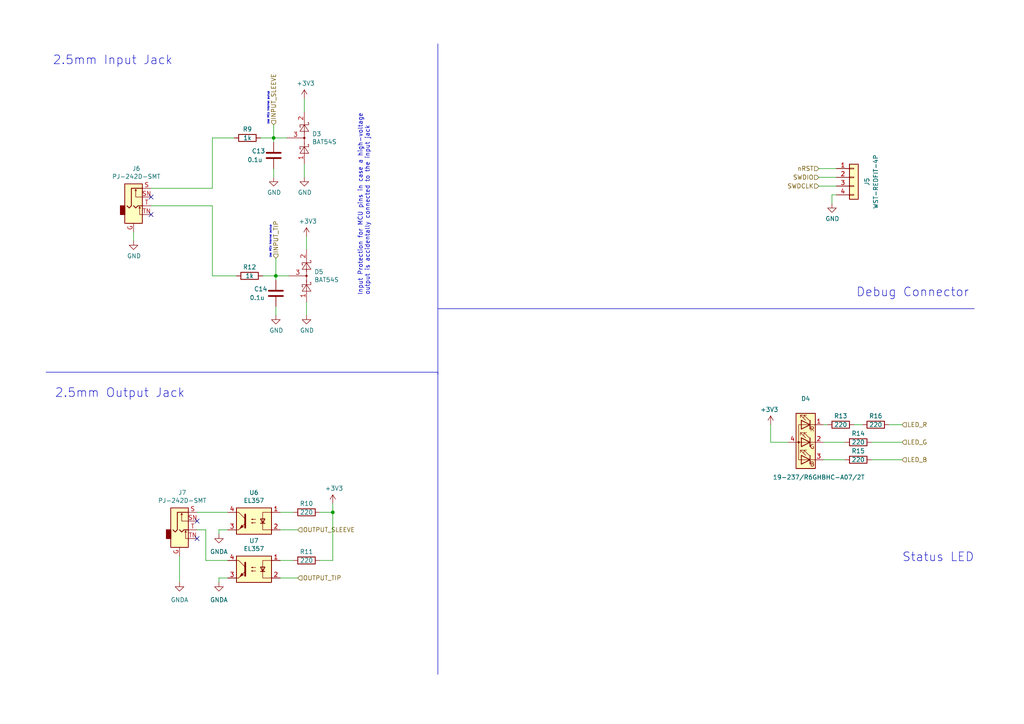
<source format=kicad_sch>
(kicad_sch (version 20231120) (generator "eeschema") (generator_version "8.0")
  (paper "A4")
  (title_block (date "2023-06-19") (rev "v0.3"))
  (lib_symbols
    (symbol "Connector:AudioJack2_Ground_Switch"
      (property "Reference" "J" (at 0 11.43 0))
      (property "Value" "AudioJack2_Ground_Switch" (at 0 8.89 0))
      (symbol "AudioJack2_Ground_Switch_0_1"
        (rectangle (start -2.54 -2.54) (end -3.81 0) (stroke (width 0.254)) (fill (type outline)))
        (rectangle (start 2.54 6.35) (end -2.54 -5.08) (stroke (width 0.254)) (fill (type background)))
      )
      (symbol "AudioJack2_Ground_Switch_1_1"
        (polyline (pts (xy 0.635 4.826) (xy 0.889 4.318)))
        (polyline (pts (xy 1.778 -0.254) (xy 2.032 -0.762)))
        (polyline (pts (xy 0 0) (xy 0.635 -0.635) (xy 1.27 0) (xy 2.54 0)) (stroke (width 0.254)))
        (polyline (pts (xy 2.54 -2.54) (xy 1.778 -2.54) (xy 1.778 -0.254) (xy 1.524 -0.762)))
        (polyline (pts (xy 2.54 2.54) (xy 0.635 2.54) (xy 0.635 4.826) (xy 0.381 4.318)))
        (polyline (pts (xy 2.54 5.08) (xy -0.635 5.08) (xy -0.635 0) (xy -1.27 -0.635) (xy -1.905 0)) (stroke (width 0.254)))
        (pin passive line (at 0 -7.62 90) (length 2.54) (name "~") (number "G"))
        (pin passive line (at 5.08 5.08 180) (length 2.54) (name "~") (number "S"))
        (pin passive line (at 5.08 2.54 180) (length 2.54) (name "~") (number "SN"))
        (pin passive line (at 5.08 0 180) (length 2.54) (name "~") (number "T"))
        (pin passive line (at 5.08 -2.54 180) (length 2.54) (name "~") (number "TN"))
      )
    )
    (symbol "Connector_Generic:Conn_01x04" (pin_names (offset 1.016) hide)
      (property "Reference" "J" (at 0 5.08 0))
      (property "Value" "Conn_01x04" (at 0 -7.62 0))
      (symbol "Conn_01x04_1_1"
        (rectangle (start -1.27 -4.953) (end 0 -5.207) (stroke (width 0.1524)))
        (rectangle (start -1.27 -2.413) (end 0 -2.667) (stroke (width 0.1524)))
        (rectangle (start -1.27 0.127) (end 0 -0.127) (stroke (width 0.1524)))
        (rectangle (start -1.27 2.667) (end 0 2.413) (stroke (width 0.1524)))
        (rectangle (start -1.27 3.81) (end 1.27 -6.35) (stroke (width 0.254)) (fill (type background)))
        (pin passive line (at -5.08 2.54 0) (length 3.81) (name "Pin_1") (number "1"))
        (pin passive line (at -5.08 0 0) (length 3.81) (name "Pin_2") (number "2"))
        (pin passive line (at -5.08 -2.54 0) (length 3.81) (name "Pin_3") (number "3"))
        (pin passive line (at -5.08 -5.08 0) (length 3.81) (name "Pin_4") (number "4"))
      )
    )
    (symbol "Device:C" (pin_numbers hide) (pin_names (offset 0.254))
      (property "Reference" "C" (at 0.635 2.54 0))
      (property "Value" "C" (at 0.635 -2.54 0))
      (symbol "C_0_1"
        (polyline (pts (xy -2.032 -0.762) (xy 2.032 -0.762)) (stroke (width 0.508)))
        (polyline (pts (xy -2.032 0.762) (xy 2.032 0.762)) (stroke (width 0.508)))
      )
      (symbol "C_1_1"
        (pin passive line (at 0 3.81 270) (length 2.794) (name "~") (number "1"))
        (pin passive line (at 0 -3.81 90) (length 2.794) (name "~") (number "2"))
      )
    )
    (symbol "Device:LED_RGBA" (pin_names (offset 0) hide)
      (property "Reference" "D" (at 0 9.398 0))
      (property "Value" "LED_RGBA" (at 0 -8.89 0))
      (symbol "LED_RGBA_0_0"
        (text "B" (at -1.905 -6.35 0) (effects (font (size 1.27 1.27))))
        (text "G" (at -1.905 -1.27 0) (effects (font (size 1.27 1.27))))
        (text "R" (at -1.905 3.81 0) (effects (font (size 1.27 1.27))))
      )
      (symbol "LED_RGBA_0_1"
        (polyline (pts (xy -1.27 -5.08) (xy -2.54 -5.08)))
        (polyline (pts (xy -1.27 -5.08) (xy 1.27 -5.08)))
        (polyline (pts (xy -1.27 -3.81) (xy -1.27 -6.35)) (stroke (width 0.254)))
        (polyline (pts (xy -1.27 0) (xy -2.54 0)))
        (polyline (pts (xy -1.27 1.27) (xy -1.27 -1.27)) (stroke (width 0.254)))
        (polyline (pts (xy -1.27 5.08) (xy -2.54 5.08)))
        (polyline (pts (xy -1.27 5.08) (xy 1.27 5.08)))
        (polyline (pts (xy -1.27 6.35) (xy -1.27 3.81)) (stroke (width 0.254)))
        (polyline (pts (xy 1.27 0) (xy -1.27 0)))
        (polyline (pts (xy 1.27 0) (xy 2.54 0)))
        (polyline (pts (xy -1.27 1.27) (xy -1.27 -1.27) (xy -1.27 -1.27)))
        (polyline (pts (xy -1.27 6.35) (xy -1.27 3.81) (xy -1.27 3.81)))
        (polyline (pts (xy 1.27 -5.08) (xy 2.032 -5.08) (xy 2.032 5.08) (xy 1.27 5.08)))
        (polyline (pts (xy 1.27 -3.81) (xy 1.27 -6.35) (xy -1.27 -5.08) (xy 1.27 -3.81)) (stroke (width 0.254)))
        (polyline (pts (xy 1.27 1.27) (xy 1.27 -1.27) (xy -1.27 0) (xy 1.27 1.27)) (stroke (width 0.254)))
        (polyline (pts (xy 1.27 6.35) (xy 1.27 3.81) (xy -1.27 5.08) (xy 1.27 6.35)) (stroke (width 0.254)))
        (polyline (pts (xy -1.016 -3.81) (xy 0.508 -2.286) (xy -0.254 -2.286) (xy 0.508 -2.286) (xy 0.508 -3.048)))
        (polyline (pts (xy -1.016 1.27) (xy 0.508 2.794) (xy -0.254 2.794) (xy 0.508 2.794) (xy 0.508 2.032)))
        (polyline (pts (xy -1.016 6.35) (xy 0.508 7.874) (xy -0.254 7.874) (xy 0.508 7.874) (xy 0.508 7.112)))
        (polyline (pts (xy 0 -3.81) (xy 1.524 -2.286) (xy 0.762 -2.286) (xy 1.524 -2.286) (xy 1.524 -3.048)))
        (polyline (pts (xy 0 1.27) (xy 1.524 2.794) (xy 0.762 2.794) (xy 1.524 2.794) (xy 1.524 2.032)))
        (polyline (pts (xy 0 6.35) (xy 1.524 7.874) (xy 0.762 7.874) (xy 1.524 7.874) (xy 1.524 7.112)))
        (rectangle (start 1.27 -1.27) (end 1.27 1.27))
        (rectangle (start 1.27 1.27) (end 1.27 1.27))
        (rectangle (start 1.27 3.81) (end 1.27 6.35))
        (rectangle (start 1.27 6.35) (end 1.27 6.35))
        (circle (center 2.032 0) (radius 0.254) (fill (type outline)))
        (rectangle (start 2.794 8.382) (end -2.794 -7.62) (stroke (width 0.254)) (fill (type background)))
      )
      (symbol "LED_RGBA_1_1"
        (pin passive line (at -5.08 5.08 0) (length 2.54) (name "RK") (number "1"))
        (pin passive line (at -5.08 0 0) (length 2.54) (name "GK") (number "2"))
        (pin passive line (at -5.08 -5.08 0) (length 2.54) (name "BK") (number "3"))
        (pin passive line (at 5.08 0 180) (length 2.54) (name "A") (number "4"))
      )
    )
    (symbol "Device:R" (pin_numbers hide) (pin_names (offset 0))
      (property "Reference" "R" (at 2.032 0 90))
      (property "Value" "R" (at 0 0 90))
      (symbol "R_0_1"
        (rectangle (start -1.016 -2.54) (end 1.016 2.54) (stroke (width 0.254)))
      )
      (symbol "R_1_1"
        (pin passive line (at 0 3.81 270) (length 1.27) (name "~") (number "1"))
        (pin passive line (at 0 -3.81 90) (length 1.27) (name "~") (number "2"))
      )
    )
    (symbol "Diode:BAT54S" (pin_names (offset 1.016))
      (property "Reference" "D" (at 0.635 -3.81 0))
      (property "Value" "BAT54S" (at -6.35 3.175 0))
      (symbol "BAT54S_0_1"
        (polyline (pts (xy -3.81 0) (xy -1.27 0)))
        (polyline (pts (xy -3.175 -1.27) (xy -3.175 -1.016)))
        (polyline (pts (xy -2.54 -1.27) (xy -3.175 -1.27)))
        (polyline (pts (xy -2.54 -1.27) (xy -2.54 1.27)))
        (polyline (pts (xy -2.54 1.27) (xy -1.905 1.27)))
        (polyline (pts (xy -1.905 0) (xy 1.905 0)))
        (polyline (pts (xy -1.905 1.27) (xy -1.905 1.016)))
        (polyline (pts (xy 1.27 0) (xy 3.81 0)))
        (polyline (pts (xy 3.175 -1.27) (xy 3.175 -1.016)))
        (polyline (pts (xy 3.81 -1.27) (xy 3.175 -1.27)))
        (polyline (pts (xy 3.81 -1.27) (xy 3.81 1.27)))
        (polyline (pts (xy 3.81 1.27) (xy 4.445 1.27)))
        (polyline (pts (xy 4.445 1.27) (xy 4.445 1.016)))
        (polyline (pts (xy -4.445 1.27) (xy -4.445 -1.27) (xy -2.54 0) (xy -4.445 1.27)))
        (polyline (pts (xy 1.905 1.27) (xy 1.905 -1.27) (xy 3.81 0) (xy 1.905 1.27)))
        (circle (center 0 0) (radius 0.254) (fill (type outline)))
      )
      (symbol "BAT54S_1_1"
        (pin passive line (at -7.62 0 0) (length 3.81) (name "~") (number "1"))
        (pin passive line (at 7.62 0 180) (length 3.81) (name "~") (number "2"))
        (pin passive line (at 0 -5.08 90) (length 5.08) (name "~") (number "3"))
      )
    )
    (symbol "power:+3V3" (power) (pin_names (offset 0))
      (property "Value" "+3V3" (at 0 3.556 0))
      (symbol "+3V3_0_1"
        (polyline (pts (xy -0.762 1.27) (xy 0 2.54)))
        (polyline (pts (xy 0 0) (xy 0 2.54)))
        (polyline (pts (xy 0 2.54) (xy 0.762 1.27)))
      )
      (symbol "+3V3_1_1"
        (pin power_in line (at 0 0 90) (length 0) hide (name "+3V3") (number "1"))
      )
    )
    (symbol "power:GND" (power) (pin_names (offset 0))
      (property "Value" "GND" (at 0 -3.81 0))
      (symbol "GND_0_1"
        (polyline (pts (xy 0 0) (xy 0 -1.27) (xy 1.27 -1.27) (xy 0 -2.54) (xy -1.27 -1.27) (xy 0 -1.27)))
      )
      (symbol "GND_1_1"
        (pin power_in line (at 0 0 270) (length 0) hide (name "GND") (number "1"))
      )
    )
    (symbol "power:GNDA" (power) (pin_names (offset 0))
      (property "Value" "GNDA" (at 0 -3.81 0))
      (symbol "GNDA_0_1"
        (polyline (pts (xy 0 0) (xy 0 -1.27) (xy 1.27 -1.27) (xy 0 -2.54) (xy -1.27 -1.27) (xy 0 -1.27)))
      )
      (symbol "GNDA_1_1"
        (pin power_in line (at 0 0 270) (length 0) hide (name "GNDA") (number "1"))
      )
    )
    (symbol "ultramote:EL357" (pin_names (offset 1.016))
      (property "Reference" "U" (at 0 5.08 0))
      (property "Value" "EL357" (at 0 -5.08 0))
      (symbol "EL357_1_1"
        (rectangle (start -5.08 3.81) (end 5.08 -3.81) (stroke (width 0.254)) (fill (type background)))
        (polyline (pts (xy -3.175 -0.635) (xy -1.905 -0.635)) (stroke (width 0.254)))
        (polyline (pts (xy 2.54 0.635) (xy 4.445 2.54)))
        (polyline (pts (xy 4.445 -2.54) (xy 2.54 -0.635)) (fill (type outline)))
        (polyline (pts (xy 4.445 -2.54) (xy 5.08 -2.54)))
        (polyline (pts (xy 4.445 2.54) (xy 5.08 2.54)))
        (polyline (pts (xy -5.08 2.54) (xy -2.54 2.54) (xy -2.54 -0.635)))
        (polyline (pts (xy -2.54 -0.635) (xy -2.54 -2.54) (xy -5.08 -2.54)))
        (polyline (pts (xy 2.54 1.905) (xy 2.54 -1.905) (xy 2.54 -1.905)) (stroke (width 0.508)))
        (polyline (pts (xy -2.54 -0.635) (xy -3.175 0.635) (xy -1.905 0.635) (xy -2.54 -0.635)) (stroke (width 0.254)))
        (polyline (pts (xy -0.508 -0.508) (xy 0.762 -0.508) (xy 0.381 -0.635) (xy 0.381 -0.381) (xy 0.762 -0.508)))
        (polyline (pts (xy -0.508 0.508) (xy 0.762 0.508) (xy 0.381 0.381) (xy 0.381 0.635) (xy 0.762 0.508)))
        (polyline (pts (xy 3.048 -1.651) (xy 3.556 -1.143) (xy 4.064 -2.159) (xy 3.048 -1.651) (xy 3.048 -1.651)) (fill (type outline)))
        (pin passive line (at -7.62 2.54 0) (length 2.54) (name "~") (number "1"))
        (pin passive line (at -7.62 -2.54 0) (length 2.54) (name "~") (number "2"))
        (pin passive line (at 7.62 -2.54 180) (length 2.54) (name "~") (number "3"))
        (pin passive line (at 7.62 2.54 180) (length 2.54) (name "~") (number "4"))
      )
    )
  )
  (junction (at 80.01 80.01))
  (junction (at 79.375 40.005))
  (junction (at 96.52 148.59))
  (no_connect (at 57.15 156.21))
  (no_connect (at 43.815 62.23))
  (no_connect (at 57.15 151.13))
  (no_connect (at 43.815 57.15))
  (wire (pts (xy 223.52 123.19) (xy 223.52 128.27)))
  (wire (pts (xy 57.15 153.67) (xy 59.69 153.67)))
  (wire (pts (xy 223.52 128.27) (xy 228.6 128.27)))
  (wire (pts (xy 52.07 161.29) (xy 52.07 168.91)))
  (wire (pts (xy 252.73 128.27) (xy 261.62 128.27)))
  (wire (pts (xy 88.9 68.58) (xy 88.9 72.39)))
  (wire (pts (xy 63.5 168.91) (xy 63.5 167.64)))
  (wire (pts (xy 252.73 133.35) (xy 261.62 133.35)))
  (wire (pts (xy 238.76 133.35) (xy 245.11 133.35)))
  (wire (pts (xy 43.815 54.61) (xy 61.595 54.61)))
  (wire (pts (xy 237.49 53.975) (xy 242.57 53.975)))
  (polyline (pts (xy 127 12.7) (xy 127 195.58)))
  (wire (pts (xy 79.375 41.275) (xy 79.375 40.005)))
  (polyline (pts (xy 127 89.535) (xy 282.575 89.535)))
  (wire (pts (xy 85.09 148.59) (xy 81.28 148.59)))
  (polyline (pts (xy 127 107.95) (xy 127 108.585)))
  (wire (pts (xy 61.595 40.005) (xy 67.945 40.005)))
  (wire (pts (xy 88.265 51.435) (xy 88.265 47.625)))
  (wire (pts (xy 57.15 148.59) (xy 66.04 148.59)))
  (wire (pts (xy 76.2 80.01) (xy 80.01 80.01)))
  (wire (pts (xy 61.595 59.69) (xy 61.595 80.01)))
  (wire (pts (xy 80.01 91.44) (xy 80.01 88.9)))
  (wire (pts (xy 61.595 80.01) (xy 68.58 80.01)))
  (wire (pts (xy 75.565 40.005) (xy 79.375 40.005)))
  (wire (pts (xy 80.01 81.28) (xy 80.01 80.01)))
  (wire (pts (xy 96.52 148.59) (xy 92.71 148.59)))
  (wire (pts (xy 88.9 91.44) (xy 88.9 87.63)))
  (wire (pts (xy 38.735 69.85) (xy 38.735 67.31)))
  (wire (pts (xy 242.57 56.515) (xy 241.3 56.515)))
  (wire (pts (xy 61.595 54.61) (xy 61.595 40.005)))
  (wire (pts (xy 80.01 80.01) (xy 83.82 80.01)))
  (wire (pts (xy 238.76 123.19) (xy 240.03 123.19)))
  (wire (pts (xy 96.52 162.56) (xy 92.71 162.56)))
  (wire (pts (xy 257.81 123.19) (xy 261.62 123.19)))
  (wire (pts (xy 79.375 40.005) (xy 83.185 40.005)))
  (wire (pts (xy 238.76 128.27) (xy 245.11 128.27)))
  (wire (pts (xy 79.375 36.195) (xy 79.375 40.005)))
  (wire (pts (xy 96.52 146.05) (xy 96.52 148.59)))
  (wire (pts (xy 81.28 167.64) (xy 86.36 167.64)))
  (wire (pts (xy 79.375 51.435) (xy 79.375 48.895)))
  (wire (pts (xy 237.49 48.895) (xy 242.57 48.895)))
  (wire (pts (xy 81.28 153.67) (xy 86.36 153.67)))
  (wire (pts (xy 85.09 162.56) (xy 81.28 162.56)))
  (wire (pts (xy 96.52 148.59) (xy 96.52 162.56)))
  (wire (pts (xy 63.5 167.64) (xy 66.04 167.64)))
  (polyline (pts (xy 13.335 107.95) (xy 127 107.95)))
  (wire (pts (xy 237.49 51.435) (xy 242.57 51.435)))
  (wire (pts (xy 247.65 123.19) (xy 250.19 123.19)))
  (wire (pts (xy 59.69 153.67) (xy 59.69 162.56)))
  (wire (pts (xy 63.5 153.67) (xy 66.04 153.67)))
  (wire (pts (xy 43.815 59.69) (xy 61.595 59.69)))
  (wire (pts (xy 241.3 59.055) (xy 241.3 56.515)))
  (wire (pts (xy 59.69 162.56) (xy 66.04 162.56)))
  (wire (pts (xy 80.01 74.93) (xy 80.01 80.01)))
  (wire (pts (xy 63.5 154.94) (xy 63.5 153.67)))
  (wire (pts (xy 88.265 28.575) (xy 88.265 32.385)))
  (text "Status LED" (at 261.62 163.195 0) (effects (font (size 2.54 2.54)) (justify left bottom)))
  (text "Input Protection for MCU pins in case a high-voltage \noutput is accidentally connected to the input jack" (at 107.315 85.725 90) (effects (font (size 1.27 1.27)) (justify left bottom)))
  (text "2.5mm Output Jack" (at 15.875 115.57 0) (effects (font (size 2.54 2.54)) (justify left bottom)))
  (text "2.5mm Input Jack" (at 15.24 19.05 0) (effects (font (size 2.54 2.54)) (justify left bottom)))
  (text "Use MCU internal pullup" (at 78.74 74.93 90) (effects (font (size 0.508 0.508)) (justify left bottom)))
  (text "Debug Connector" (at 248.285 86.36 0) (effects (font (size 2.54 2.54)) (justify left bottom)))
  (text "Use MCU internal pullup" (at 78.105 36.195 90) (effects (font (size 0.508 0.508)) (justify left bottom)))
  (hierarchical_label "LED_B" (shape input) (at 261.62 133.35 0))
  (hierarchical_label "OUTPUT_TIP" (shape input) (at 86.36 167.64 0))
  (hierarchical_label "INPUT_TIP" (shape input) (at 80.01 74.93 90))
  (hierarchical_label "LED_R" (shape input) (at 261.62 123.19 0))
  (hierarchical_label "SWDCLK" (shape input) (at 237.49 53.975 180))
  (hierarchical_label "nRST" (shape input) (at 237.49 48.895 180))
  (hierarchical_label "INPUT_SLEEVE" (shape input) (at 79.375 36.195 90))
  (hierarchical_label "LED_G" (shape input) (at 261.62 128.27 0))
  (hierarchical_label "SWDIO" (shape input) (at 237.49 51.435 180))
  (hierarchical_label "OUTPUT_SLEEVE" (shape input) (at 86.36 153.67 0))
  (symbol (lib_id "Device:LED_RGBA") (at 233.68 128.27 0) (mirror y) (unit 1)
    (property "Reference" "D4" (at 233.68 115.6462 0))
    (property "Value" "19-237/R6GHBHC-A07/2T" (at 237.49 138.43 0))
    (property "Footprint" "ultramote:19-237-R6GHBHC-A01-2T" (effects (hide yes)))
    (property "Datasheet" "https://datasheet.lcsc.com/lcsc/1811061026_Everlight-Elec-19-237-R6GHBHC-A07-2T_C264511.pdf" (effects (hide yes)))
    (property "LCSC Part Number" "C264511" (effects (hide yes)))
    (property "Manufacturer Part Number" "19-237/R6GHBHC-A07/2T" (effects (hide yes)))
  )
  (symbol (lib_id "Device:R") (at 248.92 133.35 270) (unit 1)
    (property "Reference" "R15" (at 248.92 130.81 90))
    (property "Value" "220" (at 248.92 133.35 90))
    (property "Footprint" "Resistor_SMD:R_0603_1608Metric" (effects (hide yes)))
    (property "LCSC Part Number" "C22962" (effects (hide yes)))
    (property "Manufacturer Part Number" "0603WAF2200T5E" (effects (hide yes)))
  )
  (symbol (lib_id "power:GND") (at 79.375 51.435 0) (unit 1)
    (property "Reference" "#PWR046" (effects (hide yes)))
    (property "Value" "GND" (at 79.502 55.8292 0))
  )
  (symbol (lib_id "power:GNDA") (at 63.5 154.94 0) (unit 1)
    (property "Reference" "#PWR045" (effects (hide yes)))
    (property "Value" "GNDA" (at 63.5 160.02 0))
  )
  (symbol (lib_id "ultramote:EL357") (at 73.66 165.1 0) (mirror y) (unit 1)
    (property "Reference" "U7" (at 73.66 156.845 0))
    (property "Value" "EL357" (at 73.66 159.1564 0))
    (property "Footprint" "ultramote:EL357N-G" (effects (hide yes)))
    (property "Datasheet" "https://datasheet.lcsc.com/lcsc/1809192312_Everlight-Elec-EL357N-B-TA-G_C6649.pdf" (effects (hide yes)))
    (property "LCSC Part Number" "C6649" (effects (hide yes)))
    (property "Manufacturer Part Number" "EL357N(B)(TA)-G" (effects (hide yes)))
  )
  (symbol (lib_id "power:+3V3") (at 88.265 28.575 0) (unit 1)
    (property "Reference" "#PWR047" (effects (hide yes)))
    (property "Value" "+3V3" (at 88.646 24.1808 0))
  )
  (symbol (lib_id "power:GND") (at 80.01 91.44 0) (unit 1)
    (property "Reference" "#PWR051" (effects (hide yes)))
    (property "Value" "GND" (at 80.137 95.8342 0))
  )
  (symbol (lib_id "power:GND") (at 88.265 51.435 0) (unit 1)
    (property "Reference" "#PWR048" (effects (hide yes)))
    (property "Value" "GND" (at 88.392 55.8292 0))
  )
  (symbol (lib_id "Device:R") (at 88.9 162.56 270) (unit 1)
    (property "Reference" "R11" (at 88.9 160.02 90))
    (property "Value" "220" (at 88.9 162.56 90))
    (property "Footprint" "Resistor_SMD:R_0603_1608Metric" (effects (hide yes)))
    (property "LCSC Part Number" "C22962" (effects (hide yes)))
    (property "Manufacturer Part Number" "0603WAF2200T5E" (effects (hide yes)))
  )
  (symbol (lib_id "Diode:BAT54S") (at 88.265 40.005 270) (mirror x) (unit 1)
    (property "Reference" "D3" (at 90.5002 38.8366 90) (effects (justify left)))
    (property "Value" "BAT54S" (at 90.5002 41.148 90) (effects (justify left)))
    (property "Footprint" "Package_TO_SOT_SMD:SOT-23" (effects (hide yes)))
    (property "Datasheet" "https://www.diodes.com/assets/Datasheets/ds11005.pdf" (effects (hide yes)))
    (property "LCSC Part Number" "C408389" (effects (hide yes)))
    (property "Manufacturer Part Number" "BAT54S" (effects (hide yes)))
  )
  (symbol (lib_id "power:GND") (at 38.735 69.85 0) (unit 1)
    (property "Reference" "#PWR042" (effects (hide yes)))
    (property "Value" "GND" (at 38.862 74.2442 0))
  )
  (symbol (lib_id "power:+3V3") (at 223.52 123.19 0) (mirror y) (unit 1)
    (property "Reference" "#PWR050" (effects (hide yes)))
    (property "Value" "+3V3" (at 223.139 118.7958 0))
  )
  (symbol (lib_id "Device:R") (at 254 123.19 270) (unit 1)
    (property "Reference" "R16" (at 254 120.65 90))
    (property "Value" "220" (at 254 123.19 90))
    (property "Footprint" "Resistor_SMD:R_0603_1608Metric" (effects (hide yes)))
    (property "LCSC Part Number" "C22962" (effects (hide yes)))
    (property "Manufacturer Part Number" "0603WAF2200T5E" (effects (hide yes)))
  )
  (symbol (lib_id "Device:R") (at 88.9 148.59 270) (unit 1)
    (property "Reference" "R10" (at 88.9 146.05 90))
    (property "Value" "220" (at 88.9 148.59 90))
    (property "Footprint" "Resistor_SMD:R_0603_1608Metric" (effects (hide yes)))
    (property "LCSC Part Number" "C22962" (effects (hide yes)))
    (property "Manufacturer Part Number" "0603WAF2200T5E" (effects (hide yes)))
  )
  (symbol (lib_id "power:GNDA") (at 63.5 168.91 0) (unit 1)
    (property "Reference" "#PWR043" (effects (hide yes)))
    (property "Value" "GNDA" (at 63.5 173.99 0))
  )
  (symbol (lib_id "Diode:BAT54S") (at 88.9 80.01 270) (mirror x) (unit 1)
    (property "Reference" "D5" (at 91.1352 78.8416 90) (effects (justify left)))
    (property "Value" "BAT54S" (at 91.1352 81.153 90) (effects (justify left)))
    (property "Footprint" "Package_TO_SOT_SMD:SOT-23" (effects (hide yes)))
    (property "Datasheet" "https://www.diodes.com/assets/Datasheets/ds11005.pdf" (effects (hide yes)))
    (property "LCSC Part Number" "C408389" (effects (hide yes)))
    (property "Manufacturer Part Number" "BAT54S" (effects (hide yes)))
  )
  (symbol (lib_id "power:GND") (at 88.9 91.44 0) (unit 1)
    (property "Reference" "#PWR053" (effects (hide yes)))
    (property "Value" "GND" (at 89.027 95.8342 0))
  )
  (symbol (lib_id "Connector_Generic:Conn_01x04") (at 247.65 51.435 0) (unit 1)
    (property "Reference" "J5" (at 251.46 52.705 90))
    (property "Value" "WST-REDFIT-4P" (at 254 52.705 90))
    (property "Footprint" "ultramote:WR_WST-REDFIT-4P_DEBUG" (effects (hide yes)))
    (property "Datasheet" "https://www.we-online.com/components/products/datasheet/490107670412.pdf" (effects (hide yes)))
  )
  (symbol (lib_id "power:GND") (at 241.3 59.055 0) (unit 1)
    (property "Reference" "#PWR041" (effects (hide yes)))
    (property "Value" "GND" (at 241.427 63.4492 0))
  )
  (symbol (lib_id "Connector:AudioJack2_Ground_Switch") (at 38.735 59.69 0) (unit 1)
    (property "Reference" "J6" (at 39.5478 48.895 0))
    (property "Value" "PJ-242D-SMT" (at 39.5478 51.2064 0))
    (property "Footprint" "ultramote:PJ-242D-SMT" (effects (hide yes)))
    (property "Datasheet" "https://datasheet.lcsc.com/lcsc/2110151630_XKB-Connectivity-PJ-242D-SMT_C381133.pdf" (effects (hide yes)))
    (property "LCSC Part Number" "C381133" (effects (hide yes)))
    (property "Manufacturer Part Number" "PJ-242D-SMT" (effects (hide yes)))
  )
  (symbol (lib_id "power:+3V3") (at 96.52 146.05 0) (unit 1)
    (property "Reference" "#PWR049" (effects (hide yes)))
    (property "Value" "+3V3" (at 96.901 141.6558 0))
  )
  (symbol (lib_id "Connector:AudioJack2_Ground_Switch") (at 52.07 153.67 0) (unit 1)
    (property "Reference" "J7" (at 52.8828 142.875 0))
    (property "Value" "PJ-242D-SMT" (at 52.8828 145.1864 0))
    (property "Footprint" "ultramote:PJ-242D-SMT" (effects (hide yes)))
    (property "Datasheet" "https://datasheet.lcsc.com/lcsc/2110151630_XKB-Connectivity-PJ-242D-SMT_C381133.pdf" (effects (hide yes)))
    (property "LCSC Part Number" "C381133" (effects (hide yes)))
    (property "Manufacturer Part Number" "PJ-242D-SMT" (effects (hide yes)))
  )
  (symbol (lib_id "power:GNDA") (at 52.07 168.91 0) (unit 1)
    (property "Reference" "#PWR028" (effects (hide yes)))
    (property "Value" "GNDA" (at 52.07 173.99 0))
  )
  (symbol (lib_id "power:+3V3") (at 88.9 68.58 0) (unit 1)
    (property "Reference" "#PWR052" (effects (hide yes)))
    (property "Value" "+3V3" (at 89.281 64.1858 0))
  )
  (symbol (lib_id "ultramote:EL357") (at 73.66 151.13 0) (mirror y) (unit 1)
    (property "Reference" "U6" (at 73.66 142.875 0))
    (property "Value" "EL357" (at 73.66 145.1864 0))
    (property "Footprint" "ultramote:EL357N-G" (effects (hide yes)))
    (property "Datasheet" "https://datasheet.lcsc.com/lcsc/1809192312_Everlight-Elec-EL357N-B-TA-G_C6649.pdf" (effects (hide yes)))
    (property "LCSC Part Number" "C6649" (effects (hide yes)))
    (property "Manufacturer Part Number" "EL357N(B)(TA)-G" (effects (hide yes)))
  )
  (symbol (lib_id "Device:R") (at 72.39 80.01 270) (unit 1)
    (property "Reference" "R12" (at 72.39 77.47 90))
    (property "Value" "1k" (at 72.39 80.01 90))
    (property "Footprint" "Resistor_SMD:R_0603_1608Metric" (effects (hide yes)))
    (property "LCSC Part Number" "C21190" (effects (hide yes)))
    (property "Manufacturer Part Number" "0603WAF1001T5E" (effects (hide yes)))
  )
  (symbol (lib_id "Device:R") (at 248.92 128.27 270) (unit 1)
    (property "Reference" "R14" (at 248.92 125.73 90))
    (property "Value" "220" (at 248.92 128.27 90))
    (property "Footprint" "Resistor_SMD:R_0603_1608Metric" (effects (hide yes)))
    (property "LCSC Part Number" "C22962" (effects (hide yes)))
    (property "Manufacturer Part Number" "0603WAF2200T5E" (effects (hide yes)))
  )
  (symbol (lib_id "Device:C") (at 80.01 85.09 0) (unit 1)
    (property "Reference" "C14" (at 73.66 83.82 0) (effects (justify left)))
    (property "Value" "0.1u" (at 72.39 86.36 0) (effects (justify left)))
    (property "Footprint" "Capacitor_SMD:C_0603_1608Metric" (effects (hide yes)))
    (property "LCSC Part Number" "C570192" (effects (hide yes)))
    (property "Manufacturer Part Number" "CL10B104KB8SNNC" (effects (hide yes)))
  )
  (symbol (lib_id "Device:R") (at 71.755 40.005 270) (unit 1)
    (property "Reference" "R9" (at 71.755 37.465 90))
    (property "Value" "1k" (at 71.755 40.005 90))
    (property "Footprint" "Resistor_SMD:R_0603_1608Metric" (effects (hide yes)))
    (property "LCSC Part Number" "C21190" (effects (hide yes)))
    (property "Manufacturer Part Number" "0603WAF1001T5E" (effects (hide yes)))
  )
  (symbol (lib_id "Device:R") (at 243.84 123.19 270) (unit 1)
    (property "Reference" "R13" (at 243.84 120.65 90))
    (property "Value" "220" (at 243.84 123.19 90))
    (property "Footprint" "Resistor_SMD:R_0603_1608Metric" (effects (hide yes)))
    (property "LCSC Part Number" "C22962" (effects (hide yes)))
    (property "Manufacturer Part Number" "0603WAF2200T5E" (effects (hide yes)))
  )
  (symbol (lib_id "Device:C") (at 79.375 45.085 0) (unit 1)
    (property "Reference" "C13" (at 73.025 43.815 0) (effects (justify left)))
    (property "Value" "0.1u" (at 71.755 46.355 0) (effects (justify left)))
    (property "Footprint" "Capacitor_SMD:C_0603_1608Metric" (effects (hide yes)))
    (property "LCSC Part Number" "C570192" (effects (hide yes)))
    (property "Manufacturer Part Number" "CL10B104KB8SNNC" (effects (hide yes)))
  )
)
</source>
